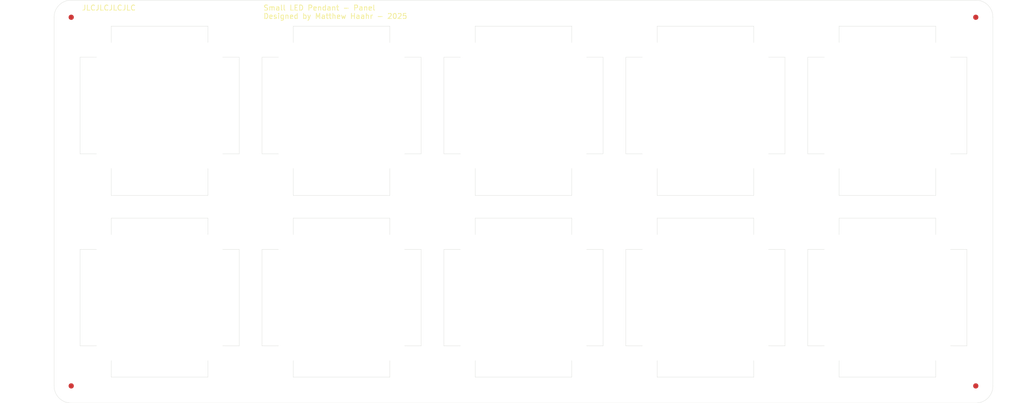
<source format=kicad_pcb>
(kicad_pcb (version 20240108) (generator "pcbnew") (generator_version "8.0")
  (layers (0 "F.Cu" signal) (1 "In1.Cu" signal) (2 "In2.Cu" signal) (31 "B.Cu" signal) (34 "B.Paste" user) (35 "F.Paste" user) (36 "B.SilkS" user "B.Silkscreen") (37 "F.SilkS" user "F.Silkscreen") (38 "B.Mask" user) (39 "F.Mask" user) (44 "Edge.Cuts" user))
  (net 0 "")
  (footprint "Fiducial:Fiducial_1mm_Mask2mm" (layer "F.Cu") (at 33.000001 68.398001 180)
    (property "Reference" "REF**" (hide yes))
    (property "Value" "Fiducial_1mm_Mask2mm")
    (pad "" smd circle (at 0 0 180) (size 1 1) (layers "F.Cu" "F.Mask") (clearance 0.5))
  )
  (footprint "Fiducial:Fiducial_1mm_Mask2mm" (layer "F.Cu") (at 33.000001 139.397999 180)
    (property "Reference" "REF**" (hide yes))
    (property "Value" "Fiducial_1mm_Mask2mm" (hide yes))
    (pad "" smd circle (at 0 0 180) (size 1 1) (layers "F.Cu" "F.Mask") (clearance 0.5))
  )
  (footprint "Fiducial:Fiducial_1mm_Mask2mm" (layer "F.Cu") (at 207 139.398 180)
    (property "Reference" "REF**" (hide yes))
    (property "Value" "Fiducial_1mm_Mask2mm" (hide yes))
    (pad "" smd circle (at 0 0 180) (size 1 1) (layers "F.Cu" "F.Mask") (clearance 0.5))
  )
  (footprint "Fiducial:Fiducial_1mm_Mask2mm" (layer "F.Cu") (at 206.999999 68.398001 180)
    (property "Reference" "REF**" (hide yes))
    (property "Value" "Fiducial_1mm_Mask2mm")
    (pad "" smd circle (at 0 0 180) (size 1 1) (layers "F.Cu" "F.Mask") (clearance 0.5))
  )
  (gr_line (start 135.3 76.098) (end 132.127998 76.098429) (stroke (width 0.05)) (layer "Edge.Cuts"))
  (gr_line (start 62.127998 131.697571) (end 65.3 131.698) (stroke (width 0.05)) (layer "Edge.Cuts"))
  (gr_line (start 94.3 102.698) (end 94.299571 97.525998) (stroke (width 0.05)) (layer "Edge.Cuts"))
  (gr_line (start 199.299571 73.270002) (end 199.3 70.098) (stroke (width 0.05)) (layer "Edge.Cuts"))
  (gr_line (start 65.3 76.098) (end 62.127998 76.098429) (stroke (width 0.05)) (layer "Edge.Cuts"))
  (gr_line (start 104.7 76.098) (end 104.7 94.698) (stroke (width 0.05)) (layer "Edge.Cuts"))
  (gr_line (start 65.3 94.698) (end 65.3 76.098) (stroke (width 0.05)) (layer "Edge.Cuts"))
  (gr_line (start 69.7 76.098) (end 69.7 94.698) (stroke (width 0.05)) (layer "Edge.Cuts"))
  (gr_line (start 142.872002 76.098429) (end 139.7 76.098) (stroke (width 0.05)) (layer "Edge.Cuts"))
  (gr_line (start 110.700429 97.525998) (end 110.7 102.698) (stroke (width 0.05)) (layer "Edge.Cuts"))
  (gr_line (start 174.7 94.698) (end 177.872002 94.697571) (stroke (width 0.05)) (layer "Edge.Cuts"))
  (gr_line (start 210.3 139.398) (end 210.3 68.398) (stroke (width 0.05)) (layer "Edge.Cuts"))
  (gr_line (start 180.700429 134.525998) (end 180.7 137.698) (stroke (width 0.05)) (layer "Edge.Cuts"))
  (gr_line (start 104.7 131.698) (end 107.872002 131.697571) (stroke (width 0.05)) (layer "Edge.Cuts"))
  (gr_line (start 75.7 137.698) (end 94.3 137.698) (stroke (width 0.05)) (layer "Edge.Cuts"))
  (gr_line (start 207 65.098) (end 33 65.098) (stroke (width 0.05)) (layer "Edge.Cuts"))
  (gr_line (start 170.3 113.098) (end 167.127998 113.098429) (stroke (width 0.05)) (layer "Edge.Cuts"))
  (gr_line (start 170.3 94.698) (end 170.3 76.098) (stroke (width 0.05)) (layer "Edge.Cuts"))
  (gr_line (start 145.700429 97.525998) (end 145.7 102.698) (stroke (width 0.05)) (layer "Edge.Cuts"))
  (gr_line (start 97.127998 131.697571) (end 100.3 131.698) (stroke (width 0.05)) (layer "Edge.Cuts"))
  (gr_line (start 94.3 107.098) (end 75.7 107.098) (stroke (width 0.05)) (layer "Edge.Cuts"))
  (gr_line (start 145.7 107.098) (end 145.700429 110.270002) (stroke (width 0.05)) (layer "Edge.Cuts"))
  (gr_line (start 180.7 70.098) (end 180.700429 73.270002) (stroke (width 0.05)) (layer "Edge.Cuts"))
  (gr_line (start 97.127998 94.697571) (end 100.3 94.698) (stroke (width 0.05)) (layer "Edge.Cuts"))
  (gr_line (start 100.3 76.098) (end 97.127998 76.098429) (stroke (width 0.05)) (layer "Edge.Cuts"))
  (gr_line (start 205.3 131.698) (end 205.3 113.098) (stroke (width 0.05)) (layer "Edge.Cuts"))
  (gr_line (start 132.127998 131.697571) (end 135.3 131.698) (stroke (width 0.05)) (layer "Edge.Cuts"))
  (gr_line (start 110.7 137.698) (end 129.3 137.698) (stroke (width 0.05)) (layer "Edge.Cuts"))
  (gr_line (start 34.7 113.098) (end 34.7 131.698) (stroke (width 0.05)) (layer "Edge.Cuts"))
  (gr_line (start 139.7 131.698) (end 142.872002 131.697571) (stroke (width 0.05)) (layer "Edge.Cuts"))
  (gr_line (start 129.3 70.098) (end 110.7 70.098) (stroke (width 0.05)) (layer "Edge.Cuts"))
  (gr_line (start 40.7 107.098) (end 40.700429 110.270002) (stroke (width 0.05)) (layer "Edge.Cuts"))
  (gr_line (start 145.7 137.698) (end 164.3 137.698) (stroke (width 0.05)) (layer "Edge.Cuts"))
  (gr_line (start 37.872002 76.098429) (end 34.7 76.098) (stroke (width 0.05)) (layer "Edge.Cuts"))
  (gr_line (start 164.3 102.698) (end 164.299571 97.525998) (stroke (width 0.05)) (layer "Edge.Cuts"))
  (gr_line (start 129.299571 110.270002) (end 129.3 107.098) (stroke (width 0.05)) (layer "Edge.Cuts"))
  (gr_line (start 170.3 76.098) (end 167.127998 76.098429) (stroke (width 0.05)) (layer "Edge.Cuts"))
  (gr_line (start 65.3 131.698) (end 65.3 113.098) (stroke (width 0.05)) (layer "Edge.Cuts"))
  (gr_arc (start 33 142.698) (mid 30.666548 141.731452) (end 29.7 139.398) (stroke (width 0.05)) (layer "Edge.Cuts"))
  (gr_line (start 69.7 131.698) (end 72.872002 131.697571) (stroke (width 0.05)) (layer "Edge.Cuts"))
  (gr_line (start 65.3 113.098) (end 62.127998 113.098429) (stroke (width 0.05)) (layer "Edge.Cuts"))
  (gr_line (start 164.299571 110.270002) (end 164.3 107.098) (stroke (width 0.05)) (layer "Edge.Cuts"))
  (gr_line (start 205.3 94.698) (end 205.3 76.098) (stroke (width 0.05)) (layer "Edge.Cuts"))
  (gr_line (start 100.3 131.698) (end 100.3 113.098) (stroke (width 0.05)) (layer "Edge.Cuts"))
  (gr_line (start 174.7 113.098) (end 174.7 131.698) (stroke (width 0.05)) (layer "Edge.Cuts"))
  (gr_line (start 129.3 137.698) (end 129.299571 134.525998) (stroke (width 0.05)) (layer "Edge.Cuts"))
  (gr_line (start 139.7 113.098) (end 139.7 131.698) (stroke (width 0.05)) (layer "Edge.Cuts"))
  (gr_line (start 199.3 70.098) (end 180.7 70.098) (stroke (width 0.05)) (layer "Edge.Cuts"))
  (gr_line (start 174.7 131.698) (end 177.872002 131.697571) (stroke (width 0.05)) (layer "Edge.Cuts"))
  (gr_line (start 167.127998 94.697571) (end 170.3 94.698) (stroke (width 0.05)) (layer "Edge.Cuts"))
  (gr_line (start 94.3 137.698) (end 94.299571 134.525998) (stroke (width 0.05)) (layer "Edge.Cuts"))
  (gr_line (start 180.7 137.698) (end 199.3 137.698) (stroke (width 0.05)) (layer "Edge.Cuts"))
  (gr_line (start 59.3 70.098) (end 40.7 70.098) (stroke (width 0.05)) (layer "Edge.Cuts"))
  (gr_line (start 33 142.698) (end 207 142.698) (stroke (width 0.05)) (layer "Edge.Cuts"))
  (gr_line (start 75.7 70.098) (end 75.700429 73.270002) (stroke (width 0.05)) (layer "Edge.Cuts"))
  (gr_line (start 100.3 94.698) (end 100.3 76.098) (stroke (width 0.05)) (layer "Edge.Cuts"))
  (gr_line (start 59.3 107.098) (end 40.7 107.098) (stroke (width 0.05)) (layer "Edge.Cuts"))
  (gr_line (start 177.872002 113.098429) (end 174.7 113.098) (stroke (width 0.05)) (layer "Edge.Cuts"))
  (gr_line (start 110.7 70.098) (end 110.700429 73.270002) (stroke (width 0.05)) (layer "Edge.Cuts"))
  (gr_line (start 75.7 107.098) (end 75.700429 110.270002) (stroke (width 0.05)) (layer "Edge.Cuts"))
  (gr_line (start 135.3 113.098) (end 132.127998 113.098429) (stroke (width 0.05)) (layer "Edge.Cuts"))
  (gr_line (start 202.127998 131.697571) (end 205.3 131.698) (stroke (width 0.05)) (layer "Edge.Cuts"))
  (gr_line (start 132.127998 94.697571) (end 135.3 94.698) (stroke (width 0.05)) (layer "Edge.Cuts"))
  (gr_line (start 129.3 102.698) (end 129.299571 97.525998) (stroke (width 0.05)) (layer "Edge.Cuts"))
  (gr_line (start 199.299571 110.270002) (end 199.3 107.098) (stroke (width 0.05)) (layer "Edge.Cuts"))
  (gr_line (start 29.7 68.398) (end 29.7 139.398) (stroke (width 0.05)) (layer "Edge.Cuts"))
  (gr_arc (start 207 65.098) (mid 209.333452 66.064548) (end 210.3 68.398) (stroke (width 0.05)) (layer "Edge.Cuts"))
  (gr_line (start 145.7 70.098) (end 145.700429 73.270002) (stroke (width 0.05)) (layer "Edge.Cuts"))
  (gr_line (start 139.7 76.098) (end 139.7 94.698) (stroke (width 0.05)) (layer "Edge.Cuts"))
  (gr_line (start 94.3 70.098) (end 75.7 70.098) (stroke (width 0.05)) (layer "Edge.Cuts"))
  (gr_line (start 180.7 107.098) (end 180.700429 110.270002) (stroke (width 0.05)) (layer "Edge.Cuts"))
  (gr_line (start 129.3 107.098) (end 110.7 107.098) (stroke (width 0.05)) (layer "Edge.Cuts"))
  (gr_line (start 199.3 137.698) (end 199.299571 134.525998) (stroke (width 0.05)) (layer "Edge.Cuts"))
  (gr_line (start 34.7 131.698) (end 37.872002 131.697571) (stroke (width 0.05)) (layer "Edge.Cuts"))
  (gr_line (start 72.872002 76.098429) (end 69.7 76.098) (stroke (width 0.05)) (layer "Edge.Cuts"))
  (gr_line (start 164.3 137.698) (end 164.299571 134.525998) (stroke (width 0.05)) (layer "Edge.Cuts"))
  (gr_line (start 34.7 76.098) (end 34.7 94.698) (stroke (width 0.05)) (layer "Edge.Cuts"))
  (gr_line (start 110.7 107.098) (end 110.700429 110.270002) (stroke (width 0.05)) (layer "Edge.Cuts"))
  (gr_line (start 75.700429 97.525998) (end 75.7 102.698) (stroke (width 0.05)) (layer "Edge.Cuts"))
  (gr_line (start 180.7 102.698) (end 199.3 102.698) (stroke (width 0.05)) (layer "Edge.Cuts"))
  (gr_line (start 107.872002 76.098429) (end 104.7 76.098) (stroke (width 0.05)) (layer "Edge.Cuts"))
  (gr_line (start 145.7 102.698) (end 164.3 102.698) (stroke (width 0.05)) (layer "Edge.Cuts"))
  (gr_line (start 104.7 113.098) (end 104.7 131.698) (stroke (width 0.05)) (layer "Edge.Cuts"))
  (gr_line (start 199.3 102.698) (end 199.299571 97.525998) (stroke (width 0.05)) (layer "Edge.Cuts"))
  (gr_line (start 62.127998 94.697571) (end 65.3 94.698) (stroke (width 0.05)) (layer "Edge.Cuts"))
  (gr_line (start 202.127998 94.697571) (end 205.3 94.698) (stroke (width 0.05)) (layer "Edge.Cuts"))
  (gr_line (start 129.299571 73.270002) (end 129.3 70.098) (stroke (width 0.05)) (layer "Edge.Cuts"))
  (gr_line (start 199.3 107.098) (end 180.7 107.098) (stroke (width 0.05)) (layer "Edge.Cuts"))
  (gr_line (start 174.7 76.098) (end 174.7 94.698) (stroke (width 0.05)) (layer "Edge.Cuts"))
  (gr_line (start 104.7 94.698) (end 107.872002 94.697571) (stroke (width 0.05)) (layer "Edge.Cuts"))
  (gr_line (start 180.700429 97.525998) (end 180.7 102.698) (stroke (width 0.05)) (layer "Edge.Cuts"))
  (gr_line (start 135.3 94.698) (end 135.3 76.098) (stroke (width 0.05)) (layer "Edge.Cuts"))
  (gr_line (start 107.872002 113.098429) (end 104.7 113.098) (stroke (width 0.05)) (layer "Edge.Cuts"))
  (gr_line (start 40.700429 97.525998) (end 40.7 102.698) (stroke (width 0.05)) (layer "Edge.Cuts"))
  (gr_line (start 110.700429 134.525998) (end 110.7 137.698) (stroke (width 0.05)) (layer "Edge.Cuts"))
  (gr_line (start 205.3 76.098) (end 202.127998 76.098429) (stroke (width 0.05)) (layer "Edge.Cuts"))
  (gr_line (start 59.299571 110.270002) (end 59.3 107.098) (stroke (width 0.05)) (layer "Edge.Cuts"))
  (gr_line (start 164.3 107.098) (end 145.7 107.098) (stroke (width 0.05)) (layer "Edge.Cuts"))
  (gr_line (start 75.700429 134.525998) (end 75.7 137.698) (stroke (width 0.05)) (layer "Edge.Cuts"))
  (gr_line (start 167.127998 131.697571) (end 170.3 131.698) (stroke (width 0.05)) (layer "Edge.Cuts"))
  (gr_line (start 135.3 131.698) (end 135.3 113.098) (stroke (width 0.05)) (layer "Edge.Cuts"))
  (gr_line (start 34.7 94.698) (end 37.872002 94.697571) (stroke (width 0.05)) (layer "Edge.Cuts"))
  (gr_line (start 40.7 102.698) (end 59.3 102.698) (stroke (width 0.05)) (layer "Edge.Cuts"))
  (gr_line (start 110.7 102.698) (end 129.3 102.698) (stroke (width 0.05)) (layer "Edge.Cuts"))
  (gr_line (start 59.3 102.698) (end 59.299571 97.525998) (stroke (width 0.05)) (layer "Edge.Cuts"))
  (gr_line (start 164.3 70.098) (end 145.7 70.098) (stroke (width 0.05)) (layer "Edge.Cuts"))
  (gr_line (start 59.3 137.698) (end 59.299571 134.525998) (stroke (width 0.05)) (layer "Edge.Cuts"))
  (gr_line (start 145.700429 134.525998) (end 145.7 137.698) (stroke (width 0.05)) (layer "Edge.Cuts"))
  (gr_line (start 75.7 102.698) (end 94.3 102.698) (stroke (width 0.05)) (layer "Edge.Cuts"))
  (gr_line (start 100.3 113.098) (end 97.127998 113.098429) (stroke (width 0.05)) (layer "Edge.Cuts"))
  (gr_line (start 170.3 131.698) (end 170.3 113.098) (stroke (width 0.05)) (layer "Edge.Cuts"))
  (gr_line (start 40.7 70.098) (end 40.700429 73.270002) (stroke (width 0.05)) (layer "Edge.Cuts"))
  (gr_line (start 142.872002 113.098429) (end 139.7 113.098) (stroke (width 0.05)) (layer "Edge.Cuts"))
  (gr_line (start 94.299571 110.270002) (end 94.3 107.098) (stroke (width 0.05)) (layer "Edge.Cuts"))
  (gr_line (start 205.3 113.098) (end 202.127998 113.098429) (stroke (width 0.05)) (layer "Edge.Cuts"))
  (gr_line (start 139.7 94.698) (end 142.872002 94.697571) (stroke (width 0.05)) (layer "Edge.Cuts"))
  (gr_line (start 40.700429 134.525998) (end 40.7 137.698) (stroke (width 0.05)) (layer "Edge.Cuts"))
  (gr_arc (start 29.7 68.398) (mid 30.666548 66.064548) (end 33 65.098) (stroke (width 0.05)) (layer "Edge.Cuts"))
  (gr_line (start 37.872002 113.098429) (end 34.7 113.098) (stroke (width 0.05)) (layer "Edge.Cuts"))
  (gr_line (start 69.7 113.098) (end 69.7 131.698) (stroke (width 0.05)) (layer "Edge.Cuts"))
  (gr_line (start 94.299571 73.270002) (end 94.3 70.098) (stroke (width 0.05)) (layer "Edge.Cuts"))
  (gr_arc (start 210.3 139.398) (mid 209.333452 141.731452) (end 207 142.698) (stroke (width 0.05)) (layer "Edge.Cuts"))
  (gr_line (start 59.299571 73.270002) (end 59.3 70.098) (stroke (width 0.05)) (layer "Edge.Cuts"))
  (gr_line (start 40.7 137.698) (end 59.3 137.698) (stroke (width 0.05)) (layer "Edge.Cuts"))
  (gr_line (start 69.7 94.698) (end 72.872002 94.697571) (stroke (width 0.05)) (layer "Edge.Cuts"))
  (gr_line (start 177.872002 76.098429) (end 174.7 76.098) (stroke (width 0.05)) (layer "Edge.Cuts"))
  (gr_line (start 164.299571 73.270002) (end 164.3 70.098) (stroke (width 0.05)) (layer "Edge.Cuts"))
  (gr_line (start 72.872002 113.098429) (end 69.7 113.098) (stroke (width 0.05)) (layer "Edge.Cuts"))
  (gr_text "Small LED Pendant - Panel\nDesigned by Matthew Haahr - 2025\n" (at 69.9 66 0) (layer "F.SilkS") (effects (font (size 1 1)) (justify left top)))
  (gr_text "JLCJLCJLCJLC\n" (at 35 66 0) (layer "F.SilkS") (effects (font (size 1 1)) (justify left top)))
)
</source>
